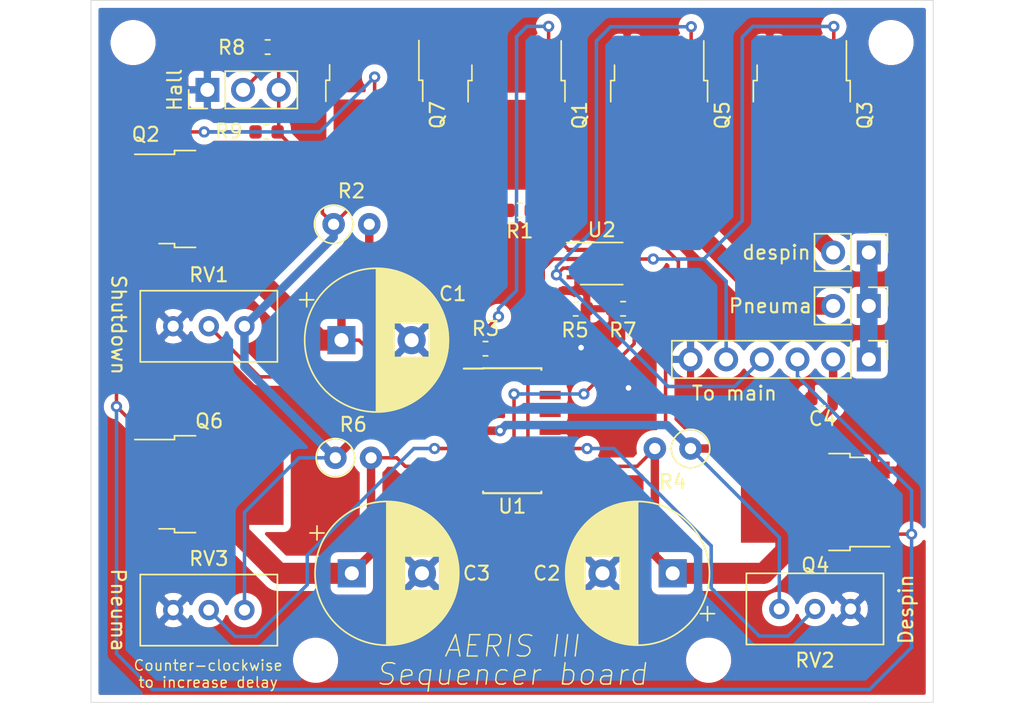
<source format=kicad_pcb>
(kicad_pcb (version 20171130) (host pcbnew "(5.1.0)-1")
  (title_block (title "Sequencer board") (date 2019-07-02) (rev V0-1) (company ESO) (comment 3 "License: MIT") (comment 4 "Author: AERISIII team"))
  (layers (0 F.Cu signal) (31 B.Cu signal) (34 B.Paste user) (35 F.Paste user) (36 B.SilkS user) (37 F.SilkS user) (38 B.Mask user) (39 F.Mask user) (44 Edge.Cuts user))
  (net 0 "")
  (net 1 GND)
  (net 2 "Net-(C1-Pad1)")
  (net 3 "Net-(C2-Pad1)")
  (net 4 "Net-(C3-Pad1)")
  (net 5 "Net-(J1-Pad2)")
  (net 6 +24V)
  (net 7 +5V)
  (net 8 /hall)
  (net 9 /pneuma)
  (net 10 /despin)
  (net 11 "Net-(J3-Pad2)")
  (net 12 /AN_shutdown)
  (net 13 "Net-(Q1-Pad1)")
  (net 14 "Net-(R5-Pad1)")
  (net 15 "Net-(R7-Pad1)")
  (net 16 "Net-(RV1-Pad2)")
  (net 17 "Net-(RV2-Pad2)")
  (net 18 "Net-(RV3-Pad2)")
  (net 19 "Net-(HALL1-Pad2)")
  (module Resistor_SMD:R_0603_1608Metric (layer F.Cu) (at 62.5094 99.3648 180)
    (fp_text reference R9 (at 2.6924 0.0508 180) (layer F.SilkS))
    (fp_text value 10k)
    (pad 2 smd roundrect (at 0.7875 0 180) (size 0.875 0.95) (layers F.Cu F.Paste F.Mask) (net 8 /hall))
    (pad 1 smd roundrect (at -0.7875 0 180) (size 0.875 0.95) (layers F.Cu F.Paste F.Mask) (net 7 +5V))
  )
  (module Package_TO_SOT_SMD:TO-252-2 (layer F.Cu) (at 70.1802 98.1538 270)
    (fp_text reference Q7 (at 0 -4.5 270) (layer F.SilkS))
    (fp_text value Q_NMOS_GDS)
    (pad 2 smd rect (at 2.1 0 270) (size 6.4 5.8) (layers F.Cu F.Mask) (net 8 /hall))
    (pad 3 smd rect (at -4.2 2.28 270) (size 2.2 1.2) (layers F.Cu F.Paste F.Mask) (net 1 GND))
    (pad 1 smd rect (at -4.2 -2.28 270) (size 2.2 1.2) (layers F.Cu F.Paste F.Mask) (net 19 "Net-(HALL1-Pad2)"))
  )
  (module MountingHole:MountingHole_2.2mm_M2 (layer F.Cu) (at 53 93)
    (fp_text reference REF** hide)
    (fp_text value MountingHole_2.2mm_M2)
    (pad 1 np_thru_hole circle (at 0 0) (size 2.2 2.2) (drill 2.2) (layers *.Cu *.Mask))
  )
  (module MountingHole:MountingHole_2.2mm_M2 (layer F.Cu) (at 107 93)
    (fp_text reference REF** hide)
    (fp_text value MountingHole_2.2mm_M2)
    (pad 1 np_thru_hole circle (at 0 0) (size 2.2 2.2) (drill 2.2) (layers *.Cu *.Mask))
  )
  (module MountingHole:MountingHole_2.2mm_M2 (layer F.Cu) (at 94 137)
    (fp_text reference REF** hide)
    (fp_text value MountingHole_2.2mm_M2)
    (pad 1 np_thru_hole circle (at 0 0) (size 2.2 2.2) (drill 2.2) (layers *.Cu *.Mask))
  )
  (module MountingHole:MountingHole_2.2mm_M2 (layer F.Cu) (at 66 137)
    (fp_text reference REF** hide)
    (fp_text value MountingHole_2.2mm_M2)
    (pad 1 np_thru_hole circle (at 0 0) (size 2.2 2.2) (drill 2.2) (layers *.Cu *.Mask))
  )
  (module Resistor_SMD:R_0603_1608Metric (layer F.Cu) (at 62.5856 93.3196 180)
    (fp_text reference R8 (at 2.5654 -0.0254 180) (layer F.SilkS))
    (fp_text value 10k)
    (pad 2 smd roundrect (at 0.7875 0 180) (size 0.875 0.95) (layers F.Cu F.Paste F.Mask) (net 19 "Net-(HALL1-Pad2)"))
    (pad 1 smd roundrect (at -0.7875 0 180) (size 0.875 0.95) (layers F.Cu F.Paste F.Mask) (net 7 +5V))
  )
  (module Connector_PinHeader_2.54mm:PinHeader_1x03_P2.54mm_Vertical (layer F.Cu) (at 58.293 96.3676 90)
    (fp_text reference Hall (at 0 -2.3368 90) (layer F.SilkS))
    (fp_text value Conn_01x03)
    (pad 3 thru_hole oval (at 0 5.08 90) (size 1.7 1.7) (drill 1) (layers *.Cu *.Mask) (net 7 +5V))
    (pad 2 thru_hole oval (at 0 2.54 90) (size 1.7 1.7) (drill 1) (layers *.Cu *.Mask) (net 19 "Net-(HALL1-Pad2)"))
    (pad 1 thru_hole rect (at 0 0 90) (size 1.7 1.7) (drill 1) (layers *.Cu *.Mask) (net 1 GND))
  )
  (module Capacitor_SMD:C_0603_1608Metric (layer F.Cu) (at 102.108 118.364 180)
    (fp_text reference C4 (at 0 -1.43 180) (layer F.SilkS))
    (fp_text value 100n)
    (pad 2 smd roundrect (at 0.7875 0 180) (size 0.875 0.95) (layers F.Cu F.Paste F.Mask) (net 1 GND))
    (pad 1 smd roundrect (at -0.7875 0 180) (size 0.875 0.95) (layers F.Cu F.Paste F.Mask) (net 7 +5V))
  )
  (module Capacitor_THT:CP_Radial_D10.0mm_P5.00mm (layer F.Cu) (at 67.8434 114.1984)
    (fp_text reference C1 (at 7.9248 -3.302) (layer F.SilkS))
    (fp_text value 470u)
    (pad 2 thru_hole circle (at 5 0) (size 2 2) (drill 1) (layers *.Cu *.Mask) (net 1 GND))
    (pad 1 thru_hole rect (at 0 0) (size 2 2) (drill 1) (layers *.Cu *.Mask) (net 2 "Net-(C1-Pad1)"))
  )
  (module Capacitor_THT:CP_Radial_D10.0mm_P5.00mm (layer F.Cu) (at 91.44 130.81 180)
    (fp_text reference C2 (at 8.9662 0 180) (layer F.SilkS))
    (fp_text value 470u)
    (pad 1 thru_hole rect (at 0 0 180) (size 2 2) (drill 1) (layers *.Cu *.Mask) (net 3 "Net-(C2-Pad1)"))
    (pad 2 thru_hole circle (at 5 0 180) (size 2 2) (drill 1) (layers *.Cu *.Mask) (net 1 GND))
  )
  (module Capacitor_THT:CP_Radial_D10.0mm_P5.00mm (layer F.Cu) (at 68.58 130.81)
    (fp_text reference C3 (at 8.89 0) (layer F.SilkS))
    (fp_text value 470u)
    (pad 1 thru_hole rect (at 0 0) (size 2 2) (drill 1) (layers *.Cu *.Mask) (net 4 "Net-(C3-Pad1)"))
    (pad 2 thru_hole circle (at 5 0) (size 2 2) (drill 1) (layers *.Cu *.Mask) (net 1 GND))
  )
  (module Connector_PinHeader_2.54mm:PinHeader_1x02_P2.54mm_Vertical (layer F.Cu) (at 105.41 107.95 270)
    (fp_text reference despin (at 0 6.5786 180) (layer F.SilkS))
    (fp_text value Conn_01x02)
    (pad 1 thru_hole rect (at 0 0 270) (size 1.7 1.7) (drill 1) (layers *.Cu *.Mask) (net 6 +24V))
    (pad 2 thru_hole oval (at 0 2.54 270) (size 1.7 1.7) (drill 1) (layers *.Cu *.Mask) (net 5 "Net-(J1-Pad2)"))
  )
  (module Connector_PinHeader_2.54mm:PinHeader_1x06_P2.54mm_Vertical (layer F.Cu) (at 105.41 115.57 270)
    (fp_text reference "To main" (at 2.413 9.5758 180) (layer F.SilkS))
    (fp_text value Conn_01x06)
    (pad 1 thru_hole rect (at 0 0 270) (size 1.7 1.7) (drill 1) (layers *.Cu *.Mask) (net 6 +24V))
    (pad 2 thru_hole oval (at 0 2.54 270) (size 1.7 1.7) (drill 1) (layers *.Cu *.Mask) (net 7 +5V))
    (pad 3 thru_hole oval (at 0 5.08 270) (size 1.7 1.7) (drill 1) (layers *.Cu *.Mask) (net 8 /hall))
    (pad 4 thru_hole oval (at 0 7.62 270) (size 1.7 1.7) (drill 1) (layers *.Cu *.Mask) (net 9 /pneuma))
    (pad 5 thru_hole oval (at 0 10.16 270) (size 1.7 1.7) (drill 1) (layers *.Cu *.Mask) (net 10 /despin))
    (pad 6 thru_hole oval (at 0 12.7 270) (size 1.7 1.7) (drill 1) (layers *.Cu *.Mask) (net 1 GND))
  )
  (module Connector_PinHeader_2.54mm:PinHeader_1x02_P2.54mm_Vertical (layer F.Cu) (at 105.41 111.76 270)
    (fp_text reference Pneuma (at 0 7.0104) (layer F.SilkS))
    (fp_text value Conn_01x02)
    (pad 2 thru_hole oval (at 0 2.54 270) (size 1.7 1.7) (drill 1) (layers *.Cu *.Mask) (net 11 "Net-(J3-Pad2)"))
    (pad 1 thru_hole rect (at 0 0 270) (size 1.7 1.7) (drill 1) (layers *.Cu *.Mask) (net 6 +24V))
  )
  (module Package_TO_SOT_SMD:TO-252-2 (layer F.Cu) (at 80.3158 98.18 270)
    (fp_text reference Q1 (at 0 -4.5 270) (layer F.SilkS))
    (fp_text value Q_NMOS_GDS)
    (pad 2 smd rect (at 2.1 0 270) (size 6.4 5.8) (layers F.Cu F.Mask) (net 12 /AN_shutdown))
    (pad 3 smd rect (at -4.2 2.28 270) (size 2.2 1.2) (layers F.Cu F.Paste F.Mask) (net 1 GND))
    (pad 1 smd rect (at -4.2 -2.28 270) (size 2.2 1.2) (layers F.Cu F.Paste F.Mask) (net 13 "Net-(Q1-Pad1)"))
  )
  (module Package_TO_SOT_SMD:TO-252-2 (layer F.Cu) (at 58.42 104.14)
    (fp_text reference Q2 (at -4.5212 -4.5974) (layer F.SilkS))
    (fp_text value Q_NMOS_GDS)
    (pad 1 smd rect (at -4.2 -2.28) (size 2.2 1.2) (layers F.Cu F.Paste F.Mask) (net 8 /hall))
    (pad 3 smd rect (at -4.2 2.28) (size 2.2 1.2) (layers F.Cu F.Paste F.Mask) (net 1 GND))
    (pad 2 smd rect (at 2.1 0) (size 6.4 5.8) (layers F.Cu F.Mask) (net 2 "Net-(C1-Pad1)"))
  )
  (module Package_TO_SOT_SMD:TO-252-2 (layer F.Cu) (at 100.6348 98.1792 270)
    (fp_text reference Q3 (at 0 -4.5 270) (layer F.SilkS))
    (fp_text value Q_NMOS_GDS)
    (pad 2 smd rect (at 2.1 0 270) (size 6.4 5.8) (layers F.Cu F.Mask) (net 5 "Net-(J1-Pad2)"))
    (pad 3 smd rect (at -4.2 2.28 270) (size 2.2 1.2) (layers F.Cu F.Paste F.Mask) (net 1 GND))
    (pad 1 smd rect (at -4.2 -2.28 270) (size 2.2 1.2) (layers F.Cu F.Paste F.Mask) (net 10 /despin))
  )
  (module Package_TO_SOT_SMD:TO-252-2 (layer F.Cu) (at 101.6 125.73 180)
    (fp_text reference Q4 (at 0 -4.5 180) (layer F.SilkS))
    (fp_text value Q_NMOS_GDS)
    (pad 1 smd rect (at -4.2 -2.28 180) (size 2.2 1.2) (layers F.Cu F.Paste F.Mask) (net 8 /hall))
    (pad 3 smd rect (at -4.2 2.28 180) (size 2.2 1.2) (layers F.Cu F.Paste F.Mask) (net 1 GND))
    (pad 2 smd rect (at 2.1 0 180) (size 6.4 5.8) (layers F.Cu F.Mask) (net 3 "Net-(C2-Pad1)"))
  )
  (module Package_TO_SOT_SMD:TO-252-2 (layer F.Cu) (at 90.4748 98.1792 270)
    (fp_text reference Q5 (at 0 -4.5 270) (layer F.SilkS))
    (fp_text value Q_NMOS_GDS)
    (pad 1 smd rect (at -4.2 -2.28 270) (size 2.2 1.2) (layers F.Cu F.Paste F.Mask) (net 9 /pneuma))
    (pad 3 smd rect (at -4.2 2.28 270) (size 2.2 1.2) (layers F.Cu F.Paste F.Mask) (net 1 GND))
    (pad 2 smd rect (at 2.1 0 270) (size 6.4 5.8) (layers F.Cu F.Mask) (net 11 "Net-(J3-Pad2)"))
  )
  (module Package_TO_SOT_SMD:TO-252-2 (layer F.Cu) (at 58.42 124.46)
    (fp_text reference Q6 (at 0 -4.5) (layer F.SilkS))
    (fp_text value Q_NMOS_GDS)
    (pad 2 smd rect (at 2.1 0) (size 6.4 5.8) (layers F.Cu F.Mask) (net 4 "Net-(C3-Pad1)"))
    (pad 3 smd rect (at -4.2 2.28) (size 2.2 1.2) (layers F.Cu F.Paste F.Mask) (net 1 GND))
    (pad 1 smd rect (at -4.2 -2.28) (size 2.2 1.2) (layers F.Cu F.Paste F.Mask) (net 8 /hall))
  )
  (module Resistor_SMD:R_0603_1608Metric (layer F.Cu) (at 80.5433 104.9528)
    (fp_text reference R1 (at 0 1.4732) (layer F.SilkS))
    (fp_text value 10k)
    (pad 1 smd roundrect (at -0.7875 0) (size 0.875 0.95) (layers F.Cu F.Paste F.Mask) (net 7 +5V))
    (pad 2 smd roundrect (at 0.7875 0) (size 0.875 0.95) (layers F.Cu F.Paste F.Mask) (net 12 /AN_shutdown))
  )
  (module Resistor_THT:R_Axial_DIN0207_L6.3mm_D2.5mm_P2.54mm_Vertical (layer F.Cu) (at 67.2846 105.9434)
    (fp_text reference R2 (at 1.27 -2.37) (layer F.SilkS))
    (fp_text value 56k)
    (pad 2 thru_hole oval (at 2.54 0) (size 1.6 1.6) (drill 0.8) (layers *.Cu *.Mask) (net 2 "Net-(C1-Pad1)"))
    (pad 1 thru_hole circle (at 0 0) (size 1.6 1.6) (drill 0.8) (layers *.Cu *.Mask) (net 7 +5V))
  )
  (module Resistor_SMD:R_0603_1608Metric (layer F.Cu) (at 78.1049 114.808)
    (fp_text reference R3 (at 0 -1.43) (layer F.SilkS))
    (fp_text value 100k)
    (pad 2 smd roundrect (at 0.7875 0) (size 0.875 0.95) (layers F.Cu F.Paste F.Mask) (net 1 GND))
    (pad 1 smd roundrect (at -0.7875 0) (size 0.875 0.95) (layers F.Cu F.Paste F.Mask) (net 13 "Net-(Q1-Pad1)"))
  )
  (module Resistor_THT:R_Axial_DIN0207_L6.3mm_D2.5mm_P2.54mm_Vertical (layer F.Cu) (at 92.71 121.92 180)
    (fp_text reference R4 (at 1.27 -2.37 180) (layer F.SilkS))
    (fp_text value 33k)
    (pad 1 thru_hole circle (at 0 0 180) (size 1.6 1.6) (drill 0.8) (layers *.Cu *.Mask) (net 7 +5V))
    (pad 2 thru_hole oval (at 2.54 0 180) (size 1.6 1.6) (drill 0.8) (layers *.Cu *.Mask) (net 3 "Net-(C2-Pad1)"))
  )
  (module Resistor_SMD:R_0603_1608Metric (layer F.Cu) (at 84.5312 111.9632)
    (fp_text reference R5 (at -0.0508 1.524) (layer F.SilkS))
    (fp_text value 100k)
    (pad 2 smd roundrect (at 0.7875 0) (size 0.875 0.95) (layers F.Cu F.Paste F.Mask) (net 1 GND))
    (pad 1 smd roundrect (at -0.7875 0) (size 0.875 0.95) (layers F.Cu F.Paste F.Mask) (net 14 "Net-(R5-Pad1)"))
  )
  (module Resistor_THT:R_Axial_DIN0207_L6.3mm_D2.5mm_P2.54mm_Vertical (layer F.Cu) (at 67.4116 122.5804)
    (fp_text reference R6 (at 1.27 -2.37) (layer F.SilkS))
    (fp_text value 18k)
    (pad 1 thru_hole circle (at 0 0) (size 1.6 1.6) (drill 0.8) (layers *.Cu *.Mask) (net 7 +5V))
    (pad 2 thru_hole oval (at 2.54 0) (size 1.6 1.6) (drill 0.8) (layers *.Cu *.Mask) (net 4 "Net-(C3-Pad1)"))
  )
  (module Resistor_SMD:R_0603_1608Metric (layer F.Cu) (at 87.9093 111.9632 180)
    (fp_text reference R7 (at 0.0255 -1.524 180) (layer F.SilkS))
    (fp_text value 100k)
    (pad 1 smd roundrect (at -0.7875 0 180) (size 0.875 0.95) (layers F.Cu F.Paste F.Mask) (net 15 "Net-(R7-Pad1)"))
    (pad 2 smd roundrect (at 0.7875 0 180) (size 0.875 0.95) (layers F.Cu F.Paste F.Mask) (net 1 GND))
  )
  (module Potentiometer_THT:Potentiometer_Bourns_3296W_Vertical (layer F.Cu) (at 60.9346 113.2078)
    (fp_text reference RV1 (at -2.54 -3.66) (layer F.SilkS))
    (fp_text value 10k)
    (pad 1 thru_hole circle (at 0 0) (size 1.44 1.44) (drill 0.8) (layers *.Cu *.Mask) (net 7 +5V))
    (pad 2 thru_hole circle (at -2.54 0) (size 1.44 1.44) (drill 0.8) (layers *.Cu *.Mask) (net 16 "Net-(RV1-Pad2)"))
    (pad 3 thru_hole circle (at -5.08 0) (size 1.44 1.44) (drill 0.8) (layers *.Cu *.Mask) (net 1 GND))
  )
  (module Potentiometer_THT:Potentiometer_Bourns_3296W_Vertical (layer F.Cu) (at 99.0346 133.35 180)
    (fp_text reference RV2 (at -2.54 -3.66 180) (layer F.SilkS))
    (fp_text value 10k)
    (pad 3 thru_hole circle (at -5.08 0 180) (size 1.44 1.44) (drill 0.8) (layers *.Cu *.Mask) (net 1 GND))
    (pad 2 thru_hole circle (at -2.54 0 180) (size 1.44 1.44) (drill 0.8) (layers *.Cu *.Mask) (net 17 "Net-(RV2-Pad2)"))
    (pad 1 thru_hole circle (at 0 0 180) (size 1.44 1.44) (drill 0.8) (layers *.Cu *.Mask) (net 7 +5V))
  )
  (module Potentiometer_THT:Potentiometer_Bourns_3296W_Vertical (layer F.Cu) (at 60.9346 133.4262)
    (fp_text reference RV3 (at -2.54 -3.66) (layer F.SilkS))
    (fp_text value 10k)
    (pad 1 thru_hole circle (at 0 0) (size 1.44 1.44) (drill 0.8) (layers *.Cu *.Mask) (net 7 +5V))
    (pad 2 thru_hole circle (at -2.54 0) (size 1.44 1.44) (drill 0.8) (layers *.Cu *.Mask) (net 18 "Net-(RV3-Pad2)"))
    (pad 3 thru_hole circle (at -5.08 0) (size 1.44 1.44) (drill 0.8) (layers *.Cu *.Mask) (net 1 GND))
  )
  (module Package_SO:SOIC-14_3.9x8.7mm_P1.27mm (layer F.Cu) (at 80.01 120.65)
    (fp_text reference U1 (at 0 5.3848) (layer F.SilkS))
    (fp_text value LM324)
    (pad 1 smd rect (at -2.7 -3.81) (size 1.5 0.6) (layers F.Cu F.Paste F.Mask) (net 13 "Net-(Q1-Pad1)"))
    (pad 2 smd rect (at -2.7 -2.54) (size 1.5 0.6) (layers F.Cu F.Paste F.Mask) (net 2 "Net-(C1-Pad1)"))
    (pad 3 smd rect (at -2.7 -1.27) (size 1.5 0.6) (layers F.Cu F.Paste F.Mask) (net 16 "Net-(RV1-Pad2)"))
    (pad 4 smd rect (at -2.7 0) (size 1.5 0.6) (layers F.Cu F.Paste F.Mask) (net 7 +5V))
    (pad 5 smd rect (at -2.7 1.27) (size 1.5 0.6) (layers F.Cu F.Paste F.Mask) (net 18 "Net-(RV3-Pad2)"))
    (pad 6 smd rect (at -2.7 2.54) (size 1.5 0.6) (layers F.Cu F.Paste F.Mask) (net 4 "Net-(C3-Pad1)"))
    (pad 7 smd rect (at -2.7 3.81) (size 1.5 0.6) (layers F.Cu F.Paste F.Mask) (net 15 "Net-(R7-Pad1)"))
    (pad 8 smd rect (at 2.7 3.81) (size 1.5 0.6) (layers F.Cu F.Paste F.Mask) (net 14 "Net-(R5-Pad1)"))
    (pad 9 smd rect (at 2.7 2.54) (size 1.5 0.6) (layers F.Cu F.Paste F.Mask) (net 3 "Net-(C2-Pad1)"))
    (pad 10 smd rect (at 2.7 1.27) (size 1.5 0.6) (layers F.Cu F.Paste F.Mask) (net 17 "Net-(RV2-Pad2)"))
    (pad 11 smd rect (at 2.7 0) (size 1.5 0.6) (layers F.Cu F.Paste F.Mask) (net 1 GND))
    (pad 12 smd rect (at 2.7 -1.27) (size 1.5 0.6) (layers F.Cu F.Paste F.Mask))
    (pad 13 smd rect (at 2.7 -2.54) (size 1.5 0.6) (layers F.Cu F.Paste F.Mask))
    (pad 14 smd rect (at 2.7 -3.81) (size 1.5 0.6) (layers F.Cu F.Paste F.Mask))
  )
  (module Package_SO:SSOP-8_2.95x2.8mm_P0.65mm (layer F.Cu) (at 86.3836 108.7426)
    (fp_text reference U2 (at 0 -2.4) (layer F.SilkS))
    (fp_text value 74LVC2G08)
    (pad 1 smd rect (at -1.7 -0.975 270) (size 0.3 1.6) (layers F.Cu F.Paste F.Mask) (net 12 /AN_shutdown))
    (pad 2 smd rect (at -1.7 -0.325 270) (size 0.3 1.6) (layers F.Cu F.Paste F.Mask) (net 14 "Net-(R5-Pad1)"))
    (pad 3 smd rect (at -1.7 0.325 270) (size 0.3 1.6) (layers F.Cu F.Paste F.Mask) (net 9 /pneuma))
    (pad 4 smd rect (at -1.7 0.975 270) (size 0.3 1.6) (layers F.Cu F.Paste F.Mask) (net 1 GND))
    (pad 5 smd rect (at 1.7 0.975 270) (size 0.3 1.6) (layers F.Cu F.Paste F.Mask) (net 12 /AN_shutdown))
    (pad 6 smd rect (at 1.7 0.325 270) (size 0.3 1.6) (layers F.Cu F.Paste F.Mask) (net 15 "Net-(R7-Pad1)"))
    (pad 7 smd rect (at 1.7 -0.325 270) (size 0.3 1.6) (layers F.Cu F.Paste F.Mask) (net 10 /despin))
    (pad 8 smd rect (at 1.7 -0.975 270) (size 0.3 1.6) (layers F.Cu F.Paste F.Mask) (net 7 +5V))
  )
  (gr_text "Counter-clockwise\nto increase delay" (at 58.3438 137.9728) (layer F.SilkS) (effects (font (size 0.75 0.75) (thickness 0.1))))
  (gr_text Despin (at 108.0516 133.3754 90) (layer F.SilkS) (effects (font (size 1 1))))
  (gr_text Pneuma (at 51.943 133.4262 270) (layer F.SilkS) (effects (font (size 1 1))))
  (gr_text Shutdown (at 51.9684 113.1062 270) (layer F.SilkS) (effects (font (size 1 1))))
  (gr_text "Sequencer board" (at 80 138) (layer F.SilkS) (effects (font (size 1.524 1.524) (thickness 0.1) italic)))
  (gr_text "AERIS III" (at 80 136) (layer F.SilkS) (effects (font (size 1.524 1.524) (thickness 0.1) italic)))
  (gr_line (start 110 90) (end 50 90) (layer Edge.Cuts) (width 0.05))
  (gr_line (start 110 140) (end 110 90) (layer Edge.Cuts) (width 0.05))
  (gr_line (start 50 140) (end 50 90) (layer Edge.Cuts) (width 0.05))
  (gr_line (start 50 140) (end 110 140) (layer Edge.Cuts) (width 0.05))
  (via (at 88.2904 117.602) (size 0.8) (drill 0.4) (layers F.Cu B.Cu) (net 1))
  (via (at 84.9122 114.7318) (size 0.8) (drill 0.4) (layers F.Cu B.Cu) (net 1))
  (segment (start 76.31 118.11) (end 77.31 118.11) (width 0.25) (layer F.Cu) (net 2))
  (segment (start 74.95 118.11) (end 76.31 118.11) (width 0.25) (layer F.Cu) (net 2))
  (segment (start 69.0934 114.1984) (end 71.0238 116.1288) (width 0.25) (layer F.Cu) (net 2))
  (segment (start 67.8434 114.1984) (end 69.0934 114.1984) (width 0.25) (layer F.Cu) (net 2))
  (segment (start 72.9688 116.1288) (end 74.95 118.11) (width 0.25) (layer F.Cu) (net 2))
  (segment (start 71.0238 116.1288) (end 72.9688 116.1288) (width 0.25) (layer F.Cu) (net 2))
  (segment (start 69.8246 105.9434) (end 69.8246 110.5154) (width 0.6) (layer F.Cu) (net 2))
  (segment (start 67.8434 112.4966) (end 67.8434 114.1984) (width 0.6) (layer F.Cu) (net 2))
  (segment (start 69.8246 110.5154) (end 67.8434 112.4966) (width 0.6) (layer F.Cu) (net 2))
  (segment (start 60.52 107.64) (end 60.52 104.14) (width 1.5) (layer F.Cu) (net 2))
  (segment (start 60.52 108.475) (end 60.52 107.64) (width 1.5) (layer F.Cu) (net 2))
  (segment (start 66.2434 114.1984) (end 60.52 108.475) (width 1.5) (layer F.Cu) (net 2))
  (segment (start 67.8434 114.1984) (end 66.2434 114.1984) (width 1.5) (layer F.Cu) (net 2))
  (segment (start 99.3984 125.8316) (end 99.5 125.73) (width 0.25) (layer F.Cu) (net 3))
  (segment (start 88.9 123.19) (end 90.17 121.92) (width 0.25) (layer F.Cu) (net 3))
  (segment (start 82.71 123.19) (end 88.9 123.19) (width 0.25) (layer F.Cu) (net 3))
  (segment (start 90.17 129.54) (end 91.44 130.81) (width 0.6) (layer F.Cu) (net 3))
  (segment (start 90.17 121.92) (end 90.17 129.54) (width 0.6) (layer F.Cu) (net 3))
  (segment (start 99.5 129.23) (end 99.5 125.73) (width 1.5) (layer F.Cu) (net 3))
  (segment (start 97.92 130.81) (end 99.5 129.23) (width 1.5) (layer F.Cu) (net 3))
  (segment (start 91.44 130.81) (end 97.92 130.81) (width 1.5) (layer F.Cu) (net 3))
  (segment (start 60.5454 124.4854) (end 60.52 124.46) (width 0.25) (layer F.Cu) (net 4))
  (segment (start 77.31 123.19) (end 72.39 123.19) (width 0.25) (layer F.Cu) (net 4))
  (segment (start 71.7804 122.5804) (end 69.9516 122.5804) (width 0.25) (layer F.Cu) (net 4))
  (segment (start 72.39 123.19) (end 71.7804 122.5804) (width 0.25) (layer F.Cu) (net 4))
  (segment (start 69.9516 129.4384) (end 68.58 130.81) (width 0.6) (layer F.Cu) (net 4))
  (segment (start 69.9516 122.5804) (end 69.9516 129.4384) (width 0.6) (layer F.Cu) (net 4))
  (segment (start 60.52 127.96) (end 60.52 124.46) (width 1.5) (layer F.Cu) (net 4))
  (segment (start 63.37 130.81) (end 60.52 127.96) (width 1.5) (layer F.Cu) (net 4))
  (segment (start 68.58 130.81) (end 63.37 130.81) (width 1.5) (layer F.Cu) (net 4))
  (segment (start 102.87 107.95) (end 100.6348 105.7148) (width 1.25) (layer F.Cu) (net 5))
  (segment (start 100.6348 105.7148) (end 100.6348 100.2792) (width 1.25) (layer F.Cu) (net 5))
  (segment (start 105.41 115.57) (end 105.41 111.76) (width 1.25) (layer B.Cu) (net 6))
  (segment (start 105.41 111.76) (end 105.41 107.95) (width 1.25) (layer B.Cu) (net 6))
  (segment (start 99.0346 128.2446) (end 92.71 121.92) (width 0.25) (layer B.Cu) (net 7))
  (segment (start 99.0346 133.35) (end 99.0346 128.2446) (width 0.25) (layer B.Cu) (net 7))
  (segment (start 79.1464 120.65) (end 79.1464 120.65) (width 0.25) (layer B.Cu) (net 7))
  (via (at 79.1464 120.65) (size 0.8) (drill 0.4) (layers F.Cu B.Cu) (net 7))
  (segment (start 89.1336 107.7676) (end 89.7132 107.188) (width 0.25) (layer F.Cu) (net 7))
  (segment (start 88.0836 107.7676) (end 89.1336 107.7676) (width 0.25) (layer F.Cu) (net 7))
  (segment (start 89.7132 107.188) (end 90.4494 107.188) (width 0.25) (layer F.Cu) (net 7))
  (segment (start 90.4494 107.188) (end 91.8464 108.585) (width 0.25) (layer F.Cu) (net 7))
  (segment (start 91.8464 108.585) (end 91.8464 112.6998) (width 0.25) (layer F.Cu) (net 7))
  (segment (start 91.8464 112.6998) (end 90.932 113.6142) (width 0.25) (layer F.Cu) (net 7))
  (segment (start 90.932 120.142) (end 92.71 121.92) (width 0.25) (layer F.Cu) (net 7))
  (segment (start 90.932 113.6142) (end 90.932 120.142) (width 0.25) (layer F.Cu) (net 7))
  (segment (start 60.9346 133.4262) (end 60.9346 126.4666) (width 0.25) (layer B.Cu) (net 7))
  (segment (start 60.9346 126.4666) (end 64.8208 122.5804) (width 0.25) (layer B.Cu) (net 7))
  (segment (start 68.084599 105.143401) (end 67.2846 105.9434) (width 0.25) (layer F.Cu) (net 7))
  (segment (start 69.1642 104.0638) (end 68.084599 105.143401) (width 0.25) (layer F.Cu) (net 7))
  (segment (start 70.739 104.0638) (end 69.1642 104.0638) (width 0.25) (layer F.Cu) (net 7))
  (segment (start 79.7558 104.9528) (end 71.628 104.9528) (width 0.25) (layer F.Cu) (net 7))
  (segment (start 71.628 104.9528) (end 70.739 104.0638) (width 0.25) (layer F.Cu) (net 7))
  (segment (start 63.758512 99.826412) (end 63.2969 99.3648) (width 0.25) (layer F.Cu) (net 7))
  (segment (start 66.484601 102.552501) (end 63.758512 99.826412) (width 0.25) (layer F.Cu) (net 7))
  (segment (start 66.484601 105.143401) (end 66.484601 102.552501) (width 0.25) (layer F.Cu) (net 7))
  (segment (start 67.2846 105.9434) (end 66.484601 105.143401) (width 0.25) (layer F.Cu) (net 7))
  (segment (start 63.373 99.2887) (end 63.2969 99.3648) (width 0.25) (layer F.Cu) (net 7))
  (segment (start 63.373 96.3676) (end 63.373 99.2887) (width 0.25) (layer F.Cu) (net 7))
  (segment (start 63.3731 96.3675) (end 63.373 96.3676) (width 0.25) (layer F.Cu) (net 7))
  (segment (start 63.3731 93.3196) (end 63.3731 96.3675) (width 0.25) (layer F.Cu) (net 7))
  (segment (start 102.87 118.3385) (end 102.8955 118.364) (width 0.6) (layer F.Cu) (net 7))
  (segment (start 102.87 115.57) (end 102.87 118.3385) (width 0.6) (layer F.Cu) (net 7))
  (segment (start 93.84137 121.92) (end 92.71 121.92) (width 0.6) (layer F.Cu) (net 7))
  (segment (start 99.9145 121.92) (end 93.84137 121.92) (width 0.6) (layer F.Cu) (net 7))
  (segment (start 102.8955 118.939) (end 99.9145 121.92) (width 0.6) (layer F.Cu) (net 7))
  (segment (start 102.8955 118.364) (end 102.8955 118.939) (width 0.6) (layer F.Cu) (net 7))
  (segment (start 79.546399 120.250001) (end 79.1464 120.65) (width 0.6) (layer B.Cu) (net 7))
  (segment (start 91.040001 120.250001) (end 79.546399 120.250001) (width 0.6) (layer B.Cu) (net 7))
  (segment (start 92.71 121.92) (end 91.040001 120.250001) (width 0.6) (layer B.Cu) (net 7))
  (segment (start 79.1464 120.65) (end 77.31 120.65) (width 0.6) (layer F.Cu) (net 7))
  (segment (start 69.342 120.65) (end 67.4116 122.5804) (width 0.6) (layer F.Cu) (net 7))
  (segment (start 77.31 120.65) (end 69.342 120.65) (width 0.6) (layer F.Cu) (net 7))
  (segment (start 64.8208 122.5804) (end 67.4116 122.5804) (width 0.25) (layer B.Cu) (net 7))
  (segment (start 60.9346 116.1034) (end 60.9346 113.2078) (width 0.6) (layer B.Cu) (net 7))
  (segment (start 67.4116 122.5804) (end 60.9346 116.1034) (width 0.6) (layer B.Cu) (net 7))
  (segment (start 67.2846 106.8578) (end 67.2846 105.9434) (width 0.6) (layer B.Cu) (net 7))
  (segment (start 60.9346 113.2078) (end 67.2846 106.8578) (width 0.6) (layer B.Cu) (net 7))
  (segment (start 52.87 101.86) (end 51.816 102.914) (width 0.25) (layer F.Cu) (net 8))
  (segment (start 54.22 101.86) (end 52.87 101.86) (width 0.25) (layer F.Cu) (net 8))
  (segment (start 54.22 121.33) (end 54.22 122.18) (width 0.25) (layer F.Cu) (net 8))
  (segment (start 51.816 118.926) (end 54.22 121.33) (width 0.25) (layer F.Cu) (net 8))
  (segment (start 51.816 102.914) (end 51.816 118.926) (width 0.25) (layer F.Cu) (net 8))
  (segment (start 100.33 116.772081) (end 108.458 124.900081) (width 0.25) (layer B.Cu) (net 8))
  (segment (start 100.33 115.57) (end 100.33 116.772081) (width 0.25) (layer B.Cu) (net 8))
  (segment (start 108.458 124.900081) (end 108.458 128.016) (width 0.25) (layer B.Cu) (net 8))
  (segment (start 108.458 128.016) (end 108.458 128.016) (width 0.25) (layer B.Cu) (net 8))
  (via (at 108.458 128.016) (size 0.8) (drill 0.4) (layers F.Cu B.Cu) (net 8))
  (segment (start 105.806 128.016) (end 105.8 128.01) (width 0.25) (layer F.Cu) (net 8))
  (segment (start 108.458 128.016) (end 105.806 128.016) (width 0.25) (layer F.Cu) (net 8))
  (segment (start 51.816 118.926) (end 51.816 118.926) (width 0.25) (layer F.Cu) (net 8))
  (via (at 51.816 118.926) (size 0.8) (drill 0.4) (layers F.Cu B.Cu) (net 8))
  (segment (start 51.816 118.926) (end 51.816 136.525) (width 0.25) (layer B.Cu) (net 8))
  (segment (start 51.816 136.525) (end 54.3814 139.0904) (width 0.25) (layer B.Cu) (net 8))
  (segment (start 54.3814 139.0904) (end 105.4608 139.0904) (width 0.25) (layer B.Cu) (net 8))
  (segment (start 108.458 136.0932) (end 108.458 128.016) (width 0.25) (layer B.Cu) (net 8))
  (segment (start 105.4608 139.0904) (end 108.458 136.0932) (width 0.25) (layer B.Cu) (net 8))
  (segment (start 54.22 101.01) (end 54.22 101.86) (width 0.25) (layer F.Cu) (net 8))
  (segment (start 55.8652 99.3648) (end 54.22 101.01) (width 0.25) (layer F.Cu) (net 8))
  (segment (start 61.7219 99.3648) (end 58.0644 99.3648) (width 0.25) (layer F.Cu) (net 8))
  (segment (start 58.0644 99.3648) (end 55.8652 99.3648) (width 0.25) (layer F.Cu) (net 8))
  (via (at 58.0644 99.3648) (size 0.8) (drill 0.4) (layers F.Cu B.Cu) (net 8))
  (segment (start 58.0644 99.3648) (end 58.630085 99.3648) (width 0.25) (layer B.Cu) (net 8))
  (segment (start 58.630085 99.3648) (end 66.1924 99.3648) (width 0.25) (layer B.Cu) (net 8))
  (segment (start 66.1924 99.3648) (end 66.294 99.3648) (width 0.25) (layer B.Cu) (net 8))
  (segment (start 66.294 99.3648) (end 70.2056 95.4532) (width 0.25) (layer B.Cu) (net 8))
  (segment (start 70.2056 95.4532) (end 70.2056 95.4532) (width 0.25) (layer B.Cu) (net 8))
  (via (at 70.2056 95.4532) (size 0.8) (drill 0.4) (layers F.Cu B.Cu) (net 8))
  (segment (start 70.2056 100.2284) (end 70.1802 100.2538) (width 0.25) (layer F.Cu) (net 8))
  (segment (start 70.2056 95.4532) (end 70.2056 100.2284) (width 0.25) (layer F.Cu) (net 8))
  (segment (start 83.6336 109.0676) (end 83.1596 109.5416) (width 0.25) (layer F.Cu) (net 9))
  (segment (start 84.6836 109.0676) (end 83.6336 109.0676) (width 0.25) (layer F.Cu) (net 9))
  (segment (start 83.1596 109.5416) (end 83.1596 109.5416) (width 0.25) (layer F.Cu) (net 9))
  (via (at 83.1596 109.5416) (size 0.8) (drill 0.4) (layers F.Cu B.Cu) (net 9))
  (segment (start 92.7608 91.8718) (end 92.7608 91.8718) (width 0.25) (layer F.Cu) (net 9))
  (via (at 92.7608 91.8718) (size 0.8) (drill 0.4) (layers F.Cu B.Cu) (net 9))
  (segment (start 92.7548 91.8778) (end 92.7608 91.8718) (width 0.25) (layer F.Cu) (net 9))
  (segment (start 92.7548 93.9792) (end 92.7548 91.8778) (width 0.25) (layer F.Cu) (net 9))
  (segment (start 97.79 115.57) (end 95.8596 117.5004) (width 0.25) (layer B.Cu) (net 9))
  (segment (start 91.1184 117.5004) (end 83.1596 109.5416) (width 0.25) (layer B.Cu) (net 9))
  (segment (start 95.8596 117.5004) (end 91.1184 117.5004) (width 0.25) (layer B.Cu) (net 9))
  (segment (start 83.1596 108.975915) (end 86.0044 106.131115) (width 0.25) (layer B.Cu) (net 9))
  (segment (start 83.1596 109.5416) (end 83.1596 108.975915) (width 0.25) (layer B.Cu) (net 9))
  (segment (start 86.0044 106.131115) (end 86.0044 92.8878) (width 0.25) (layer B.Cu) (net 9))
  (segment (start 87.0204 91.8718) (end 92.7608 91.8718) (width 0.25) (layer B.Cu) (net 9))
  (segment (start 86.0044 92.8878) (end 87.0204 91.8718) (width 0.25) (layer B.Cu) (net 9))
  (segment (start 89.1336 108.4176) (end 89.1359 108.4199) (width 0.25) (layer F.Cu) (net 10))
  (segment (start 88.0836 108.4176) (end 89.1336 108.4176) (width 0.25) (layer F.Cu) (net 10))
  (segment (start 89.1359 108.4199) (end 90.0557 108.4199) (width 0.25) (layer F.Cu) (net 10))
  (segment (start 90.0557 108.4199) (end 90.0557 108.4199) (width 0.25) (layer F.Cu) (net 10))
  (via (at 90.0557 108.4199) (size 0.8) (drill 0.4) (layers F.Cu B.Cu) (net 10))
  (segment (start 95.25 110.0074) (end 95.25 115.57) (width 0.25) (layer B.Cu) (net 10))
  (segment (start 90.0557 108.4199) (end 93.6625 108.4199) (width 0.25) (layer B.Cu) (net 10))
  (segment (start 93.6625 108.4199) (end 95.25 110.0074) (width 0.25) (layer B.Cu) (net 10))
  (segment (start 102.9148 93.9792) (end 102.9148 91.8524) (width 0.25) (layer F.Cu) (net 10))
  (segment (start 102.9148 91.8524) (end 102.9148 91.8524) (width 0.25) (layer F.Cu) (net 10))
  (via (at 102.9148 91.8524) (size 0.8) (drill 0.4) (layers F.Cu B.Cu) (net 10))
  (segment (start 97.149 91.8524) (end 102.9148 91.8524) (width 0.25) (layer B.Cu) (net 10))
  (segment (start 96.393 92.6084) (end 97.149 91.8524) (width 0.25) (layer B.Cu) (net 10))
  (segment (start 93.6625 108.4199) (end 96.393 105.6894) (width 0.25) (layer B.Cu) (net 10))
  (segment (start 96.393 105.6894) (end 96.393 92.6084) (width 0.25) (layer B.Cu) (net 10))
  (segment (start 102.87 111.76) (end 98.4758 111.76) (width 1.25) (layer F.Cu) (net 11))
  (segment (start 98.4758 111.76) (end 90.4748 103.759) (width 1.25) (layer F.Cu) (net 11))
  (segment (start 90.4748 103.759) (end 90.4748 100.2792) (width 1.25) (layer F.Cu) (net 11))
  (segment (start 88.0836 109.7176) (end 87.198598 109.7176) (width 0.25) (layer F.Cu) (net 12))
  (segment (start 87.198598 109.7176) (end 86.487 109.006002) (width 0.25) (layer F.Cu) (net 12))
  (segment (start 85.7336 107.7676) (end 84.6836 107.7676) (width 0.25) (layer F.Cu) (net 12))
  (segment (start 86.487 108.521) (end 85.7336 107.7676) (width 0.25) (layer F.Cu) (net 12))
  (segment (start 86.487 109.006002) (end 86.487 108.521) (width 0.25) (layer F.Cu) (net 12))
  (segment (start 81.3308 105.0648) (end 81.3308 104.9528) (width 0.25) (layer F.Cu) (net 12))
  (segment (start 84.0336 107.7676) (end 81.3308 105.0648) (width 0.25) (layer F.Cu) (net 12))
  (segment (start 84.6836 107.7676) (end 84.0336 107.7676) (width 0.25) (layer F.Cu) (net 12))
  (segment (start 81.3308 101.295) (end 80.3158 100.28) (width 0.25) (layer F.Cu) (net 12))
  (segment (start 81.3308 104.9528) (end 81.3308 101.295) (width 0.25) (layer F.Cu) (net 12))
  (segment (start 77.31 114.8154) (end 77.3174 114.808) (width 0.25) (layer F.Cu) (net 13))
  (segment (start 77.31 116.84) (end 77.31 114.8154) (width 0.25) (layer F.Cu) (net 13))
  (segment (start 77.3174 114.233) (end 79.0284 112.522) (width 0.25) (layer F.Cu) (net 13))
  (segment (start 77.3174 114.808) (end 77.3174 114.233) (width 0.25) (layer F.Cu) (net 13))
  (segment (start 79.0284 112.522) (end 79.0284 112.522) (width 0.25) (layer F.Cu) (net 13))
  (via (at 79.0284 112.522) (size 0.8) (drill 0.4) (layers F.Cu B.Cu) (net 13))
  (segment (start 79.0284 111.956315) (end 80.3148 110.669915) (width 0.25) (layer B.Cu) (net 13))
  (segment (start 79.0284 112.522) (end 79.0284 111.956315) (width 0.25) (layer B.Cu) (net 13))
  (segment (start 80.3148 110.669915) (end 80.3148 92.583) (width 0.25) (layer B.Cu) (net 13))
  (segment (start 80.3148 92.583) (end 81.0514 91.8464) (width 0.25) (layer B.Cu) (net 13))
  (segment (start 81.0514 91.8464) (end 82.6008 91.8464) (width 0.25) (layer B.Cu) (net 13))
  (segment (start 82.6008 91.8464) (end 82.6008 91.8464) (width 0.25) (layer B.Cu) (net 13))
  (via (at 82.6008 91.8464) (size 0.8) (drill 0.4) (layers F.Cu B.Cu) (net 13))
  (segment (start 82.6008 93.975) (end 82.5958 93.98) (width 0.25) (layer F.Cu) (net 13))
  (segment (start 82.6008 91.8464) (end 82.6008 93.975) (width 0.25) (layer F.Cu) (net 13))
  (segment (start 82.6516 110.8711) (end 83.7437 111.9632) (width 0.25) (layer F.Cu) (net 14))
  (segment (start 84.6836 108.4176) (end 82.9206 108.4176) (width 0.25) (layer F.Cu) (net 14))
  (segment (start 82.9206 108.4176) (end 82.2198 109.1184) (width 0.25) (layer F.Cu) (net 14))
  (segment (start 82.2198 110.4393) (end 82.6516 110.8711) (width 0.25) (layer F.Cu) (net 14))
  (segment (start 82.2198 109.1184) (end 82.2198 110.4393) (width 0.25) (layer F.Cu) (net 14))
  (segment (start 82.26 124.46) (end 81.1276 123.3276) (width 0.25) (layer F.Cu) (net 14))
  (segment (start 82.71 124.46) (end 82.26 124.46) (width 0.25) (layer F.Cu) (net 14))
  (segment (start 81.1276 114.5793) (end 83.7437 111.9632) (width 0.25) (layer F.Cu) (net 14))
  (segment (start 81.1276 123.3276) (end 81.1276 114.5793) (width 0.25) (layer F.Cu) (net 14))
  (segment (start 89.1336 109.0676) (end 90.1446 110.0786) (width 0.25) (layer F.Cu) (net 15))
  (segment (start 88.0836 109.0676) (end 89.1336 109.0676) (width 0.25) (layer F.Cu) (net 15))
  (segment (start 90.1446 110.5154) (end 88.6968 111.9632) (width 0.25) (layer F.Cu) (net 15))
  (segment (start 90.1446 110.0786) (end 90.1446 110.5154) (width 0.25) (layer F.Cu) (net 15))
  (segment (start 78.31 124.46) (end 80.137 122.633) (width 0.25) (layer F.Cu) (net 15))
  (segment (start 77.31 124.46) (end 78.31 124.46) (width 0.25) (layer F.Cu) (net 15))
  (segment (start 80.137 122.633) (end 80.137 118.0338) (width 0.25) (layer F.Cu) (net 15))
  (segment (start 80.137 118.0338) (end 80.137 118.0338) (width 0.25) (layer F.Cu) (net 15))
  (via (at 80.137 118.0338) (size 0.8) (drill 0.4) (layers F.Cu B.Cu) (net 15))
  (segment (start 80.137 118.0338) (end 80.702685 118.0338) (width 0.25) (layer B.Cu) (net 15))
  (segment (start 80.702685 118.0338) (end 85.0646 118.0338) (width 0.25) (layer B.Cu) (net 15))
  (segment (start 85.0646 118.0338) (end 85.1154 118.0338) (width 0.25) (layer B.Cu) (net 15))
  (segment (start 85.1154 118.0338) (end 85.1154 118.0338) (width 0.25) (layer B.Cu) (net 15))
  (via (at 85.1154 118.0338) (size 0.8) (drill 0.4) (layers F.Cu B.Cu) (net 15))
  (segment (start 88.6968 114.4524) (end 85.1154 118.0338) (width 0.25) (layer F.Cu) (net 15))
  (segment (start 88.6968 111.9632) (end 88.6968 114.4524) (width 0.25) (layer F.Cu) (net 15))
  (segment (start 58.3946 113.2078) (end 62.0014 116.8146) (width 0.25) (layer F.Cu) (net 16))
  (segment (start 62.0014 116.8146) (end 72.5932 116.8146) (width 0.25) (layer F.Cu) (net 16))
  (segment (start 75.1586 119.38) (end 77.31 119.38) (width 0.25) (layer F.Cu) (net 16))
  (segment (start 72.5932 116.8146) (end 75.1586 119.38) (width 0.25) (layer F.Cu) (net 16))
  (segment (start 101.5746 133.35) (end 99.6442 135.2804) (width 0.25) (layer B.Cu) (net 17))
  (segment (start 99.6442 135.2804) (end 97.6122 135.2804) (width 0.25) (layer B.Cu) (net 17))
  (segment (start 97.6122 135.2804) (end 94.1832 131.8514) (width 0.25) (layer B.Cu) (net 17))
  (segment (start 94.1832 131.8514) (end 94.1832 128.8542) (width 0.25) (layer B.Cu) (net 17))
  (segment (start 94.1832 128.8542) (end 87.249 121.92) (width 0.25) (layer B.Cu) (net 17))
  (segment (start 87.249 121.92) (end 85.344 121.92) (width 0.25) (layer B.Cu) (net 17))
  (segment (start 85.344 121.92) (end 85.344 121.92) (width 0.25) (layer B.Cu) (net 17))
  (via (at 85.344 121.92) (size 0.8) (drill 0.4) (layers F.Cu B.Cu) (net 17))
  (segment (start 84.778315 121.92) (end 82.71 121.92) (width 0.25) (layer F.Cu) (net 17))
  (segment (start 85.344 121.92) (end 84.778315 121.92) (width 0.25) (layer F.Cu) (net 17))
  (segment (start 58.3946 133.4262) (end 60.2742 135.3058) (width 0.25) (layer B.Cu) (net 18))
  (segment (start 60.2742 135.3058) (end 61.722 135.3058) (width 0.25) (layer B.Cu) (net 18))
  (segment (start 61.722 135.3058) (end 65.405 131.6228) (width 0.25) (layer B.Cu) (net 18))
  (segment (start 65.405 131.6228) (end 65.405 129.5146) (width 0.25) (layer B.Cu) (net 18))
  (segment (start 65.405 129.5146) (end 72.9996 121.92) (width 0.25) (layer B.Cu) (net 18))
  (segment (start 72.9996 121.92) (end 74.4728 121.92) (width 0.25) (layer B.Cu) (net 18))
  (segment (start 74.4728 121.92) (end 74.4728 121.92) (width 0.25) (layer B.Cu) (net 18))
  (via (at 74.4728 121.92) (size 0.8) (drill 0.4) (layers F.Cu B.Cu) (net 18))
  (segment (start 75.038485 121.92) (end 77.31 121.92) (width 0.25) (layer F.Cu) (net 18))
  (segment (start 74.4728 121.92) (end 75.038485 121.92) (width 0.25) (layer F.Cu) (net 18))
  (segment (start 61.7981 95.4025) (end 60.833 96.3676) (width 0.25) (layer F.Cu) (net 19))
  (segment (start 61.7981 93.3196) (end 61.7981 95.4025) (width 0.25) (layer F.Cu) (net 19))
  (segment (start 71.6102 93.9538) (end 69.6044 91.948) (width 0.25) (layer F.Cu) (net 19))
  (segment (start 72.4602 93.9538) (end 71.6102 93.9538) (width 0.25) (layer F.Cu) (net 19))
  (segment (start 63.1697 91.948) (end 61.7981 93.3196) (width 0.25) (layer F.Cu) (net 19))
  (segment (start 69.6044 91.948) (end 63.1697 91.948) (width 0.25) (layer F.Cu) (net 19))
  (zone (net 1) (net_name GND) (layer B.Cu) (connect_pads (clearance 0.508)) (min_thickness 0.254) (fill yes (arc_segments 32) (thermal_gap 0.508) (thermal_bridge_width 0.508))
    (polygon (pts (xy 110.0328 140.0302) (xy 110.0328 89.9668) (xy 49.9618 89.9668) (xy 49.9618 140.0302)))
  )
  (zone (net 1) (net_name GND) (layer F.Cu) (connect_pads (clearance 0.508)) (min_thickness 0.254) (fill yes (arc_segments 32) (thermal_gap 0.508) (thermal_bridge_width 0.508))
    (polygon (pts (xy 49.9618 89.9668) (xy 49.9618 140.0302) (xy 110.0328 140.0302) (xy 110.0328 89.9668)))
  )
)
</source>
